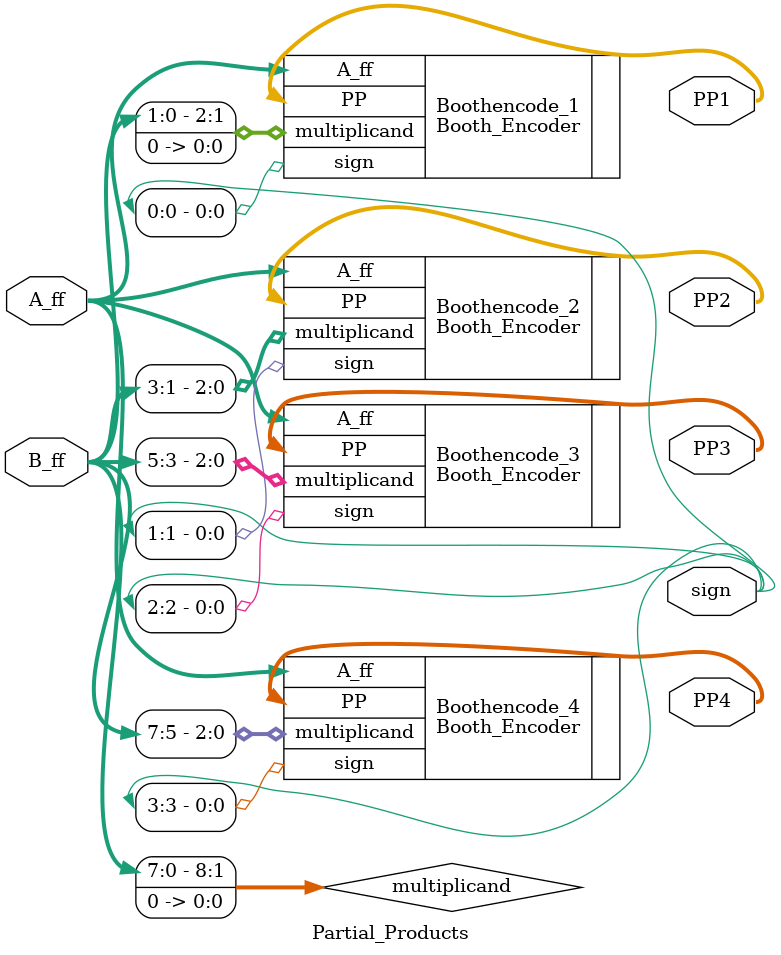
<source format=v>
`timescale 1ns / 1ps


module Partial_Products(input [7:0] A_ff,
                        input [7:0] B_ff,
                        output [8:0] PP1,
                        output [8:0] PP2,
                        output [8:0] PP3,
                        output [8:0] PP4,
                        output [3:0] sign);

    wire [8:0] multiplicand;
    assign multiplicand = { B_ff , 1'b0};     
    
    Booth_Encoder Boothencode_1(.multiplicand(multiplicand[2:0]) , .A_ff(A_ff) , .PP(PP1) , .sign(sign[0]));
    Booth_Encoder Boothencode_2(.multiplicand(multiplicand[4:2]) , .A_ff(A_ff) , .PP(PP2) , .sign(sign[1]));
    Booth_Encoder Boothencode_3(.multiplicand(multiplicand[6:4]) , .A_ff(A_ff) , .PP(PP3) , .sign(sign[2]));
    Booth_Encoder Boothencode_4(.multiplicand(multiplicand[8:6]) , .A_ff(A_ff) , .PP(PP4) , .sign(sign[3]));                     
                
                    
endmodule
</source>
